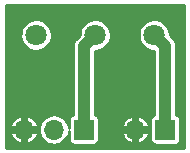
<source format=gtl>
G04 #@! TF.FileFunction,Copper,L1,Top,Signal*
%FSLAX46Y46*%
G04 Gerber Fmt 4.6, Leading zero omitted, Abs format (unit mm)*
G04 Created by KiCad (PCBNEW 4.0.4-1.fc24-product) date Thu Jun 14 15:20:28 2018*
%MOMM*%
%LPD*%
G01*
G04 APERTURE LIST*
%ADD10C,0.100000*%
%ADD11C,1.800000*%
%ADD12R,1.700000X1.700000*%
%ADD13O,1.700000X1.700000*%
%ADD14C,1.000000*%
%ADD15C,0.250000*%
G04 APERTURE END LIST*
D10*
D11*
X143000000Y-79000000D03*
X148000000Y-79000000D03*
X153000000Y-79000000D03*
D12*
X147040000Y-87000000D03*
D13*
X144500000Y-87000000D03*
X141960000Y-87000000D03*
D12*
X153940000Y-87000000D03*
D13*
X151400000Y-87000000D03*
D14*
X153940000Y-87000000D02*
X153940000Y-79940000D01*
X153940000Y-79940000D02*
X153000000Y-79000000D01*
X147040000Y-87000000D02*
X147040000Y-79960000D01*
X147040000Y-79960000D02*
X148000000Y-79000000D01*
D15*
G36*
X155550000Y-88550000D02*
X140450000Y-88550000D01*
X140450000Y-87362513D01*
X140789859Y-87362513D01*
X140883066Y-87583831D01*
X141017659Y-87782712D01*
X141188465Y-87951514D01*
X141388921Y-88083750D01*
X141597488Y-88170133D01*
X141785000Y-88117632D01*
X141785000Y-87175000D01*
X142135000Y-87175000D01*
X142135000Y-88117632D01*
X142322512Y-88170133D01*
X142531079Y-88083750D01*
X142731535Y-87951514D01*
X142902341Y-87782712D01*
X143036934Y-87583831D01*
X143130141Y-87362513D01*
X143078694Y-87175000D01*
X142135000Y-87175000D01*
X141785000Y-87175000D01*
X140841306Y-87175000D01*
X140789859Y-87362513D01*
X140450000Y-87362513D01*
X140450000Y-86993831D01*
X143225000Y-86993831D01*
X143225000Y-87006169D01*
X143249282Y-87253818D01*
X143321204Y-87492034D01*
X143438025Y-87711743D01*
X143595297Y-87904578D01*
X143787029Y-88063192D01*
X144005918Y-88181545D01*
X144243626Y-88255127D01*
X144491099Y-88281138D01*
X144738911Y-88258585D01*
X144977623Y-88188328D01*
X145198143Y-88073043D01*
X145392071Y-87917122D01*
X145552020Y-87726502D01*
X145671898Y-87508445D01*
X145747138Y-87271256D01*
X145762944Y-87130345D01*
X145762944Y-87850000D01*
X145768341Y-87917680D01*
X145803890Y-88032472D01*
X145870012Y-88132815D01*
X145961471Y-88210765D01*
X146071025Y-88260148D01*
X146190000Y-88277056D01*
X147890000Y-88277056D01*
X147957680Y-88271659D01*
X148072472Y-88236110D01*
X148172815Y-88169988D01*
X148250765Y-88078529D01*
X148300148Y-87968975D01*
X148317056Y-87850000D01*
X148317056Y-87362513D01*
X150229859Y-87362513D01*
X150323066Y-87583831D01*
X150457659Y-87782712D01*
X150628465Y-87951514D01*
X150828921Y-88083750D01*
X151037488Y-88170133D01*
X151225000Y-88117632D01*
X151225000Y-87175000D01*
X151575000Y-87175000D01*
X151575000Y-88117632D01*
X151762512Y-88170133D01*
X151971079Y-88083750D01*
X152171535Y-87951514D01*
X152342341Y-87782712D01*
X152476934Y-87583831D01*
X152570141Y-87362513D01*
X152518694Y-87175000D01*
X151575000Y-87175000D01*
X151225000Y-87175000D01*
X150281306Y-87175000D01*
X150229859Y-87362513D01*
X148317056Y-87362513D01*
X148317056Y-86637487D01*
X150229859Y-86637487D01*
X150281306Y-86825000D01*
X151225000Y-86825000D01*
X151225000Y-85882368D01*
X151575000Y-85882368D01*
X151575000Y-86825000D01*
X152518694Y-86825000D01*
X152570141Y-86637487D01*
X152476934Y-86416169D01*
X152342341Y-86217288D01*
X152171535Y-86048486D01*
X151971079Y-85916250D01*
X151762512Y-85829867D01*
X151575000Y-85882368D01*
X151225000Y-85882368D01*
X151037488Y-85829867D01*
X150828921Y-85916250D01*
X150628465Y-86048486D01*
X150457659Y-86217288D01*
X150323066Y-86416169D01*
X150229859Y-86637487D01*
X148317056Y-86637487D01*
X148317056Y-86150000D01*
X148311659Y-86082320D01*
X148276110Y-85967528D01*
X148209988Y-85867185D01*
X148118529Y-85789235D01*
X148008975Y-85739852D01*
X147965000Y-85733603D01*
X147965000Y-80343148D01*
X147983154Y-80324994D01*
X148102145Y-80327487D01*
X148358043Y-80282365D01*
X148600303Y-80188399D01*
X148819698Y-80049166D01*
X149007872Y-79869971D01*
X149157655Y-79657640D01*
X149263344Y-79420259D01*
X149320912Y-79166870D01*
X149321686Y-79111410D01*
X151673258Y-79111410D01*
X151720166Y-79366987D01*
X151815821Y-79608585D01*
X151956582Y-79827003D01*
X152137086Y-80013920D01*
X152350458Y-80162218D01*
X152588571Y-80266247D01*
X152842356Y-80322045D01*
X153015000Y-80325662D01*
X153015000Y-85730608D01*
X152907528Y-85763890D01*
X152807185Y-85830012D01*
X152729235Y-85921471D01*
X152679852Y-86031025D01*
X152662944Y-86150000D01*
X152662944Y-87850000D01*
X152668341Y-87917680D01*
X152703890Y-88032472D01*
X152770012Y-88132815D01*
X152861471Y-88210765D01*
X152971025Y-88260148D01*
X153090000Y-88277056D01*
X154790000Y-88277056D01*
X154857680Y-88271659D01*
X154972472Y-88236110D01*
X155072815Y-88169988D01*
X155150765Y-88078529D01*
X155200148Y-87968975D01*
X155217056Y-87850000D01*
X155217056Y-86150000D01*
X155211659Y-86082320D01*
X155176110Y-85967528D01*
X155109988Y-85867185D01*
X155018529Y-85789235D01*
X154908975Y-85739852D01*
X154865000Y-85733603D01*
X154865000Y-79940000D01*
X154856662Y-79854965D01*
X154849215Y-79769845D01*
X154847859Y-79765178D01*
X154847384Y-79760333D01*
X154822673Y-79678486D01*
X154798849Y-79596485D01*
X154796611Y-79592168D01*
X154795205Y-79587510D01*
X154755103Y-79512089D01*
X154715771Y-79436209D01*
X154712734Y-79432404D01*
X154710452Y-79428113D01*
X154656485Y-79361943D01*
X154603143Y-79295122D01*
X154596466Y-79288351D01*
X154596353Y-79288213D01*
X154596225Y-79288107D01*
X154594074Y-79285926D01*
X154323035Y-79014887D01*
X154325057Y-78870077D01*
X154274586Y-78615180D01*
X154175566Y-78374940D01*
X154031770Y-78158509D01*
X153848673Y-77974130D01*
X153633251Y-77828826D01*
X153393709Y-77728132D01*
X153139170Y-77675883D01*
X152879331Y-77674069D01*
X152624087Y-77722759D01*
X152383163Y-77820099D01*
X152165733Y-77962381D01*
X151980080Y-78144186D01*
X151833276Y-78358588D01*
X151730911Y-78597421D01*
X151676886Y-78851589D01*
X151673258Y-79111410D01*
X149321686Y-79111410D01*
X149325057Y-78870077D01*
X149274586Y-78615180D01*
X149175566Y-78374940D01*
X149031770Y-78158509D01*
X148848673Y-77974130D01*
X148633251Y-77828826D01*
X148393709Y-77728132D01*
X148139170Y-77675883D01*
X147879331Y-77674069D01*
X147624087Y-77722759D01*
X147383163Y-77820099D01*
X147165733Y-77962381D01*
X146980080Y-78144186D01*
X146833276Y-78358588D01*
X146730911Y-78597421D01*
X146676886Y-78851589D01*
X146674572Y-79017280D01*
X146385926Y-79305926D01*
X146331659Y-79371992D01*
X146276770Y-79437406D01*
X146274429Y-79441664D01*
X146271339Y-79445426D01*
X146230947Y-79520757D01*
X146189800Y-79595604D01*
X146188329Y-79600241D01*
X146186031Y-79604527D01*
X146161056Y-79686215D01*
X146135213Y-79767682D01*
X146134671Y-79772517D01*
X146133249Y-79777167D01*
X146124613Y-79862183D01*
X146115090Y-79947085D01*
X146115024Y-79956586D01*
X146115005Y-79956771D01*
X146115021Y-79956943D01*
X146115000Y-79960000D01*
X146115000Y-85730608D01*
X146007528Y-85763890D01*
X145907185Y-85830012D01*
X145829235Y-85921471D01*
X145779852Y-86031025D01*
X145762944Y-86150000D01*
X145762944Y-86870873D01*
X145750718Y-86746182D01*
X145678796Y-86507966D01*
X145561975Y-86288257D01*
X145404703Y-86095422D01*
X145212971Y-85936808D01*
X144994082Y-85818455D01*
X144756374Y-85744873D01*
X144508901Y-85718862D01*
X144261089Y-85741415D01*
X144022377Y-85811672D01*
X143801857Y-85926957D01*
X143607929Y-86082878D01*
X143447980Y-86273498D01*
X143328102Y-86491555D01*
X143252862Y-86728744D01*
X143225124Y-86976029D01*
X143225000Y-86993831D01*
X140450000Y-86993831D01*
X140450000Y-86637487D01*
X140789859Y-86637487D01*
X140841306Y-86825000D01*
X141785000Y-86825000D01*
X141785000Y-85882368D01*
X142135000Y-85882368D01*
X142135000Y-86825000D01*
X143078694Y-86825000D01*
X143130141Y-86637487D01*
X143036934Y-86416169D01*
X142902341Y-86217288D01*
X142731535Y-86048486D01*
X142531079Y-85916250D01*
X142322512Y-85829867D01*
X142135000Y-85882368D01*
X141785000Y-85882368D01*
X141597488Y-85829867D01*
X141388921Y-85916250D01*
X141188465Y-86048486D01*
X141017659Y-86217288D01*
X140883066Y-86416169D01*
X140789859Y-86637487D01*
X140450000Y-86637487D01*
X140450000Y-79111410D01*
X141673258Y-79111410D01*
X141720166Y-79366987D01*
X141815821Y-79608585D01*
X141956582Y-79827003D01*
X142137086Y-80013920D01*
X142350458Y-80162218D01*
X142588571Y-80266247D01*
X142842356Y-80322045D01*
X143102145Y-80327487D01*
X143358043Y-80282365D01*
X143600303Y-80188399D01*
X143819698Y-80049166D01*
X144007872Y-79869971D01*
X144157655Y-79657640D01*
X144263344Y-79420259D01*
X144320912Y-79166870D01*
X144325057Y-78870077D01*
X144274586Y-78615180D01*
X144175566Y-78374940D01*
X144031770Y-78158509D01*
X143848673Y-77974130D01*
X143633251Y-77828826D01*
X143393709Y-77728132D01*
X143139170Y-77675883D01*
X142879331Y-77674069D01*
X142624087Y-77722759D01*
X142383163Y-77820099D01*
X142165733Y-77962381D01*
X141980080Y-78144186D01*
X141833276Y-78358588D01*
X141730911Y-78597421D01*
X141676886Y-78851589D01*
X141673258Y-79111410D01*
X140450000Y-79111410D01*
X140450000Y-76450000D01*
X155550000Y-76450000D01*
X155550000Y-88550000D01*
X155550000Y-88550000D01*
G37*
X155550000Y-88550000D02*
X140450000Y-88550000D01*
X140450000Y-87362513D01*
X140789859Y-87362513D01*
X140883066Y-87583831D01*
X141017659Y-87782712D01*
X141188465Y-87951514D01*
X141388921Y-88083750D01*
X141597488Y-88170133D01*
X141785000Y-88117632D01*
X141785000Y-87175000D01*
X142135000Y-87175000D01*
X142135000Y-88117632D01*
X142322512Y-88170133D01*
X142531079Y-88083750D01*
X142731535Y-87951514D01*
X142902341Y-87782712D01*
X143036934Y-87583831D01*
X143130141Y-87362513D01*
X143078694Y-87175000D01*
X142135000Y-87175000D01*
X141785000Y-87175000D01*
X140841306Y-87175000D01*
X140789859Y-87362513D01*
X140450000Y-87362513D01*
X140450000Y-86993831D01*
X143225000Y-86993831D01*
X143225000Y-87006169D01*
X143249282Y-87253818D01*
X143321204Y-87492034D01*
X143438025Y-87711743D01*
X143595297Y-87904578D01*
X143787029Y-88063192D01*
X144005918Y-88181545D01*
X144243626Y-88255127D01*
X144491099Y-88281138D01*
X144738911Y-88258585D01*
X144977623Y-88188328D01*
X145198143Y-88073043D01*
X145392071Y-87917122D01*
X145552020Y-87726502D01*
X145671898Y-87508445D01*
X145747138Y-87271256D01*
X145762944Y-87130345D01*
X145762944Y-87850000D01*
X145768341Y-87917680D01*
X145803890Y-88032472D01*
X145870012Y-88132815D01*
X145961471Y-88210765D01*
X146071025Y-88260148D01*
X146190000Y-88277056D01*
X147890000Y-88277056D01*
X147957680Y-88271659D01*
X148072472Y-88236110D01*
X148172815Y-88169988D01*
X148250765Y-88078529D01*
X148300148Y-87968975D01*
X148317056Y-87850000D01*
X148317056Y-87362513D01*
X150229859Y-87362513D01*
X150323066Y-87583831D01*
X150457659Y-87782712D01*
X150628465Y-87951514D01*
X150828921Y-88083750D01*
X151037488Y-88170133D01*
X151225000Y-88117632D01*
X151225000Y-87175000D01*
X151575000Y-87175000D01*
X151575000Y-88117632D01*
X151762512Y-88170133D01*
X151971079Y-88083750D01*
X152171535Y-87951514D01*
X152342341Y-87782712D01*
X152476934Y-87583831D01*
X152570141Y-87362513D01*
X152518694Y-87175000D01*
X151575000Y-87175000D01*
X151225000Y-87175000D01*
X150281306Y-87175000D01*
X150229859Y-87362513D01*
X148317056Y-87362513D01*
X148317056Y-86637487D01*
X150229859Y-86637487D01*
X150281306Y-86825000D01*
X151225000Y-86825000D01*
X151225000Y-85882368D01*
X151575000Y-85882368D01*
X151575000Y-86825000D01*
X152518694Y-86825000D01*
X152570141Y-86637487D01*
X152476934Y-86416169D01*
X152342341Y-86217288D01*
X152171535Y-86048486D01*
X151971079Y-85916250D01*
X151762512Y-85829867D01*
X151575000Y-85882368D01*
X151225000Y-85882368D01*
X151037488Y-85829867D01*
X150828921Y-85916250D01*
X150628465Y-86048486D01*
X150457659Y-86217288D01*
X150323066Y-86416169D01*
X150229859Y-86637487D01*
X148317056Y-86637487D01*
X148317056Y-86150000D01*
X148311659Y-86082320D01*
X148276110Y-85967528D01*
X148209988Y-85867185D01*
X148118529Y-85789235D01*
X148008975Y-85739852D01*
X147965000Y-85733603D01*
X147965000Y-80343148D01*
X147983154Y-80324994D01*
X148102145Y-80327487D01*
X148358043Y-80282365D01*
X148600303Y-80188399D01*
X148819698Y-80049166D01*
X149007872Y-79869971D01*
X149157655Y-79657640D01*
X149263344Y-79420259D01*
X149320912Y-79166870D01*
X149321686Y-79111410D01*
X151673258Y-79111410D01*
X151720166Y-79366987D01*
X151815821Y-79608585D01*
X151956582Y-79827003D01*
X152137086Y-80013920D01*
X152350458Y-80162218D01*
X152588571Y-80266247D01*
X152842356Y-80322045D01*
X153015000Y-80325662D01*
X153015000Y-85730608D01*
X152907528Y-85763890D01*
X152807185Y-85830012D01*
X152729235Y-85921471D01*
X152679852Y-86031025D01*
X152662944Y-86150000D01*
X152662944Y-87850000D01*
X152668341Y-87917680D01*
X152703890Y-88032472D01*
X152770012Y-88132815D01*
X152861471Y-88210765D01*
X152971025Y-88260148D01*
X153090000Y-88277056D01*
X154790000Y-88277056D01*
X154857680Y-88271659D01*
X154972472Y-88236110D01*
X155072815Y-88169988D01*
X155150765Y-88078529D01*
X155200148Y-87968975D01*
X155217056Y-87850000D01*
X155217056Y-86150000D01*
X155211659Y-86082320D01*
X155176110Y-85967528D01*
X155109988Y-85867185D01*
X155018529Y-85789235D01*
X154908975Y-85739852D01*
X154865000Y-85733603D01*
X154865000Y-79940000D01*
X154856662Y-79854965D01*
X154849215Y-79769845D01*
X154847859Y-79765178D01*
X154847384Y-79760333D01*
X154822673Y-79678486D01*
X154798849Y-79596485D01*
X154796611Y-79592168D01*
X154795205Y-79587510D01*
X154755103Y-79512089D01*
X154715771Y-79436209D01*
X154712734Y-79432404D01*
X154710452Y-79428113D01*
X154656485Y-79361943D01*
X154603143Y-79295122D01*
X154596466Y-79288351D01*
X154596353Y-79288213D01*
X154596225Y-79288107D01*
X154594074Y-79285926D01*
X154323035Y-79014887D01*
X154325057Y-78870077D01*
X154274586Y-78615180D01*
X154175566Y-78374940D01*
X154031770Y-78158509D01*
X153848673Y-77974130D01*
X153633251Y-77828826D01*
X153393709Y-77728132D01*
X153139170Y-77675883D01*
X152879331Y-77674069D01*
X152624087Y-77722759D01*
X152383163Y-77820099D01*
X152165733Y-77962381D01*
X151980080Y-78144186D01*
X151833276Y-78358588D01*
X151730911Y-78597421D01*
X151676886Y-78851589D01*
X151673258Y-79111410D01*
X149321686Y-79111410D01*
X149325057Y-78870077D01*
X149274586Y-78615180D01*
X149175566Y-78374940D01*
X149031770Y-78158509D01*
X148848673Y-77974130D01*
X148633251Y-77828826D01*
X148393709Y-77728132D01*
X148139170Y-77675883D01*
X147879331Y-77674069D01*
X147624087Y-77722759D01*
X147383163Y-77820099D01*
X147165733Y-77962381D01*
X146980080Y-78144186D01*
X146833276Y-78358588D01*
X146730911Y-78597421D01*
X146676886Y-78851589D01*
X146674572Y-79017280D01*
X146385926Y-79305926D01*
X146331659Y-79371992D01*
X146276770Y-79437406D01*
X146274429Y-79441664D01*
X146271339Y-79445426D01*
X146230947Y-79520757D01*
X146189800Y-79595604D01*
X146188329Y-79600241D01*
X146186031Y-79604527D01*
X146161056Y-79686215D01*
X146135213Y-79767682D01*
X146134671Y-79772517D01*
X146133249Y-79777167D01*
X146124613Y-79862183D01*
X146115090Y-79947085D01*
X146115024Y-79956586D01*
X146115005Y-79956771D01*
X146115021Y-79956943D01*
X146115000Y-79960000D01*
X146115000Y-85730608D01*
X146007528Y-85763890D01*
X145907185Y-85830012D01*
X145829235Y-85921471D01*
X145779852Y-86031025D01*
X145762944Y-86150000D01*
X145762944Y-86870873D01*
X145750718Y-86746182D01*
X145678796Y-86507966D01*
X145561975Y-86288257D01*
X145404703Y-86095422D01*
X145212971Y-85936808D01*
X144994082Y-85818455D01*
X144756374Y-85744873D01*
X144508901Y-85718862D01*
X144261089Y-85741415D01*
X144022377Y-85811672D01*
X143801857Y-85926957D01*
X143607929Y-86082878D01*
X143447980Y-86273498D01*
X143328102Y-86491555D01*
X143252862Y-86728744D01*
X143225124Y-86976029D01*
X143225000Y-86993831D01*
X140450000Y-86993831D01*
X140450000Y-86637487D01*
X140789859Y-86637487D01*
X140841306Y-86825000D01*
X141785000Y-86825000D01*
X141785000Y-85882368D01*
X142135000Y-85882368D01*
X142135000Y-86825000D01*
X143078694Y-86825000D01*
X143130141Y-86637487D01*
X143036934Y-86416169D01*
X142902341Y-86217288D01*
X142731535Y-86048486D01*
X142531079Y-85916250D01*
X142322512Y-85829867D01*
X142135000Y-85882368D01*
X141785000Y-85882368D01*
X141597488Y-85829867D01*
X141388921Y-85916250D01*
X141188465Y-86048486D01*
X141017659Y-86217288D01*
X140883066Y-86416169D01*
X140789859Y-86637487D01*
X140450000Y-86637487D01*
X140450000Y-79111410D01*
X141673258Y-79111410D01*
X141720166Y-79366987D01*
X141815821Y-79608585D01*
X141956582Y-79827003D01*
X142137086Y-80013920D01*
X142350458Y-80162218D01*
X142588571Y-80266247D01*
X142842356Y-80322045D01*
X143102145Y-80327487D01*
X143358043Y-80282365D01*
X143600303Y-80188399D01*
X143819698Y-80049166D01*
X144007872Y-79869971D01*
X144157655Y-79657640D01*
X144263344Y-79420259D01*
X144320912Y-79166870D01*
X144325057Y-78870077D01*
X144274586Y-78615180D01*
X144175566Y-78374940D01*
X144031770Y-78158509D01*
X143848673Y-77974130D01*
X143633251Y-77828826D01*
X143393709Y-77728132D01*
X143139170Y-77675883D01*
X142879331Y-77674069D01*
X142624087Y-77722759D01*
X142383163Y-77820099D01*
X142165733Y-77962381D01*
X141980080Y-78144186D01*
X141833276Y-78358588D01*
X141730911Y-78597421D01*
X141676886Y-78851589D01*
X141673258Y-79111410D01*
X140450000Y-79111410D01*
X140450000Y-76450000D01*
X155550000Y-76450000D01*
X155550000Y-88550000D01*
M02*

</source>
